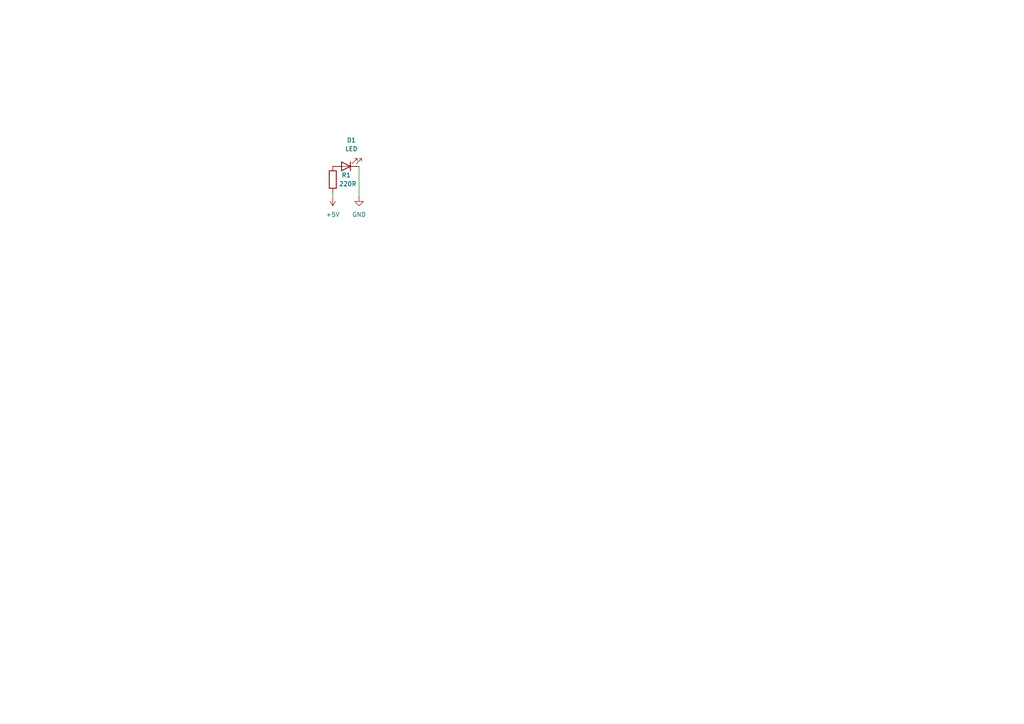
<source format=kicad_sch>
(kicad_sch
	(version 20250114)
	(generator "eeschema")
	(generator_version "9.0")
	(uuid "a3834019-a400-4f96-98ba-556b4c6d0015")
	(paper "A4")
	(lib_symbols
		(symbol "Device:LED"
			(pin_numbers
				(hide yes)
			)
			(pin_names
				(offset 1.016)
				(hide yes)
			)
			(exclude_from_sim no)
			(in_bom yes)
			(on_board yes)
			(property "Reference" "D"
				(at 0 2.54 0)
				(effects
					(font
						(size 1.27 1.27)
					)
				)
			)
			(property "Value" "LED"
				(at 0 -2.54 0)
				(effects
					(font
						(size 1.27 1.27)
					)
				)
			)
			(property "Footprint" ""
				(at 0 0 0)
				(effects
					(font
						(size 1.27 1.27)
					)
					(hide yes)
				)
			)
			(property "Datasheet" "~"
				(at 0 0 0)
				(effects
					(font
						(size 1.27 1.27)
					)
					(hide yes)
				)
			)
			(property "Description" "Light emitting diode"
				(at 0 0 0)
				(effects
					(font
						(size 1.27 1.27)
					)
					(hide yes)
				)
			)
			(property "Sim.Pins" "1=K 2=A"
				(at 0 0 0)
				(effects
					(font
						(size 1.27 1.27)
					)
					(hide yes)
				)
			)
			(property "ki_keywords" "LED diode"
				(at 0 0 0)
				(effects
					(font
						(size 1.27 1.27)
					)
					(hide yes)
				)
			)
			(property "ki_fp_filters" "LED* LED_SMD:* LED_THT:*"
				(at 0 0 0)
				(effects
					(font
						(size 1.27 1.27)
					)
					(hide yes)
				)
			)
			(symbol "LED_0_1"
				(polyline
					(pts
						(xy -3.048 -0.762) (xy -4.572 -2.286) (xy -3.81 -2.286) (xy -4.572 -2.286) (xy -4.572 -1.524)
					)
					(stroke
						(width 0)
						(type default)
					)
					(fill
						(type none)
					)
				)
				(polyline
					(pts
						(xy -1.778 -0.762) (xy -3.302 -2.286) (xy -2.54 -2.286) (xy -3.302 -2.286) (xy -3.302 -1.524)
					)
					(stroke
						(width 0)
						(type default)
					)
					(fill
						(type none)
					)
				)
				(polyline
					(pts
						(xy -1.27 0) (xy 1.27 0)
					)
					(stroke
						(width 0)
						(type default)
					)
					(fill
						(type none)
					)
				)
				(polyline
					(pts
						(xy -1.27 -1.27) (xy -1.27 1.27)
					)
					(stroke
						(width 0.254)
						(type default)
					)
					(fill
						(type none)
					)
				)
				(polyline
					(pts
						(xy 1.27 -1.27) (xy 1.27 1.27) (xy -1.27 0) (xy 1.27 -1.27)
					)
					(stroke
						(width 0.254)
						(type default)
					)
					(fill
						(type none)
					)
				)
			)
			(symbol "LED_1_1"
				(pin passive line
					(at -3.81 0 0)
					(length 2.54)
					(name "K"
						(effects
							(font
								(size 1.27 1.27)
							)
						)
					)
					(number "1"
						(effects
							(font
								(size 1.27 1.27)
							)
						)
					)
				)
				(pin passive line
					(at 3.81 0 180)
					(length 2.54)
					(name "A"
						(effects
							(font
								(size 1.27 1.27)
							)
						)
					)
					(number "2"
						(effects
							(font
								(size 1.27 1.27)
							)
						)
					)
				)
			)
			(embedded_fonts no)
		)
		(symbol "Device:R"
			(pin_numbers
				(hide yes)
			)
			(pin_names
				(offset 0)
			)
			(exclude_from_sim no)
			(in_bom yes)
			(on_board yes)
			(property "Reference" "R"
				(at 2.032 0 90)
				(effects
					(font
						(size 1.27 1.27)
					)
				)
			)
			(property "Value" "R"
				(at 0 0 90)
				(effects
					(font
						(size 1.27 1.27)
					)
				)
			)
			(property "Footprint" ""
				(at -1.778 0 90)
				(effects
					(font
						(size 1.27 1.27)
					)
					(hide yes)
				)
			)
			(property "Datasheet" "~"
				(at 0 0 0)
				(effects
					(font
						(size 1.27 1.27)
					)
					(hide yes)
				)
			)
			(property "Description" "Resistor"
				(at 0 0 0)
				(effects
					(font
						(size 1.27 1.27)
					)
					(hide yes)
				)
			)
			(property "ki_keywords" "R res resistor"
				(at 0 0 0)
				(effects
					(font
						(size 1.27 1.27)
					)
					(hide yes)
				)
			)
			(property "ki_fp_filters" "R_*"
				(at 0 0 0)
				(effects
					(font
						(size 1.27 1.27)
					)
					(hide yes)
				)
			)
			(symbol "R_0_1"
				(rectangle
					(start -1.016 -2.54)
					(end 1.016 2.54)
					(stroke
						(width 0.254)
						(type default)
					)
					(fill
						(type none)
					)
				)
			)
			(symbol "R_1_1"
				(pin passive line
					(at 0 3.81 270)
					(length 1.27)
					(name "~"
						(effects
							(font
								(size 1.27 1.27)
							)
						)
					)
					(number "1"
						(effects
							(font
								(size 1.27 1.27)
							)
						)
					)
				)
				(pin passive line
					(at 0 -3.81 90)
					(length 1.27)
					(name "~"
						(effects
							(font
								(size 1.27 1.27)
							)
						)
					)
					(number "2"
						(effects
							(font
								(size 1.27 1.27)
							)
						)
					)
				)
			)
			(embedded_fonts no)
		)
		(symbol "power:+5V"
			(power)
			(pin_numbers
				(hide yes)
			)
			(pin_names
				(offset 0)
				(hide yes)
			)
			(exclude_from_sim no)
			(in_bom yes)
			(on_board yes)
			(property "Reference" "#PWR"
				(at 0 -3.81 0)
				(effects
					(font
						(size 1.27 1.27)
					)
					(hide yes)
				)
			)
			(property "Value" "+5V"
				(at 0 3.556 0)
				(effects
					(font
						(size 1.27 1.27)
					)
				)
			)
			(property "Footprint" ""
				(at 0 0 0)
				(effects
					(font
						(size 1.27 1.27)
					)
					(hide yes)
				)
			)
			(property "Datasheet" ""
				(at 0 0 0)
				(effects
					(font
						(size 1.27 1.27)
					)
					(hide yes)
				)
			)
			(property "Description" "Power symbol creates a global label with name \"+5V\""
				(at 0 0 0)
				(effects
					(font
						(size 1.27 1.27)
					)
					(hide yes)
				)
			)
			(property "ki_keywords" "global power"
				(at 0 0 0)
				(effects
					(font
						(size 1.27 1.27)
					)
					(hide yes)
				)
			)
			(symbol "+5V_0_1"
				(polyline
					(pts
						(xy -0.762 1.27) (xy 0 2.54)
					)
					(stroke
						(width 0)
						(type default)
					)
					(fill
						(type none)
					)
				)
				(polyline
					(pts
						(xy 0 2.54) (xy 0.762 1.27)
					)
					(stroke
						(width 0)
						(type default)
					)
					(fill
						(type none)
					)
				)
				(polyline
					(pts
						(xy 0 0) (xy 0 2.54)
					)
					(stroke
						(width 0)
						(type default)
					)
					(fill
						(type none)
					)
				)
			)
			(symbol "+5V_1_1"
				(pin power_in line
					(at 0 0 90)
					(length 0)
					(name "~"
						(effects
							(font
								(size 1.27 1.27)
							)
						)
					)
					(number "1"
						(effects
							(font
								(size 1.27 1.27)
							)
						)
					)
				)
			)
			(embedded_fonts no)
		)
		(symbol "power:GND"
			(power)
			(pin_numbers
				(hide yes)
			)
			(pin_names
				(offset 0)
				(hide yes)
			)
			(exclude_from_sim no)
			(in_bom yes)
			(on_board yes)
			(property "Reference" "#PWR"
				(at 0 -6.35 0)
				(effects
					(font
						(size 1.27 1.27)
					)
					(hide yes)
				)
			)
			(property "Value" "GND"
				(at 0 -3.81 0)
				(effects
					(font
						(size 1.27 1.27)
					)
				)
			)
			(property "Footprint" ""
				(at 0 0 0)
				(effects
					(font
						(size 1.27 1.27)
					)
					(hide yes)
				)
			)
			(property "Datasheet" ""
				(at 0 0 0)
				(effects
					(font
						(size 1.27 1.27)
					)
					(hide yes)
				)
			)
			(property "Description" "Power symbol creates a global label with name \"GND\" , ground"
				(at 0 0 0)
				(effects
					(font
						(size 1.27 1.27)
					)
					(hide yes)
				)
			)
			(property "ki_keywords" "global power"
				(at 0 0 0)
				(effects
					(font
						(size 1.27 1.27)
					)
					(hide yes)
				)
			)
			(symbol "GND_0_1"
				(polyline
					(pts
						(xy 0 0) (xy 0 -1.27) (xy 1.27 -1.27) (xy 0 -2.54) (xy -1.27 -1.27) (xy 0 -1.27)
					)
					(stroke
						(width 0)
						(type default)
					)
					(fill
						(type none)
					)
				)
			)
			(symbol "GND_1_1"
				(pin power_in line
					(at 0 0 270)
					(length 0)
					(name "~"
						(effects
							(font
								(size 1.27 1.27)
							)
						)
					)
					(number "1"
						(effects
							(font
								(size 1.27 1.27)
							)
						)
					)
				)
			)
			(embedded_fonts no)
		)
	)
	(wire
		(pts
			(xy 96.52 55.88) (xy 96.52 57.15)
		)
		(stroke
			(width 0)
			(type default)
		)
		(uuid "73f879b6-ef79-49c1-935e-780dbd0ea03c")
	)
	(wire
		(pts
			(xy 104.14 48.26) (xy 104.14 57.15)
		)
		(stroke
			(width 0)
			(type default)
		)
		(uuid "bbb67d28-8a4c-44f1-8529-2f9b8131ebdc")
	)
	(symbol
		(lib_id "power:+5V")
		(at 96.52 57.15 180)
		(unit 1)
		(exclude_from_sim no)
		(in_bom yes)
		(on_board yes)
		(dnp no)
		(fields_autoplaced yes)
		(uuid "0bc9057b-35e2-4931-87d9-e0640d71473b")
		(property "Reference" "#PWR01"
			(at 96.52 53.34 0)
			(effects
				(font
					(size 1.27 1.27)
				)
				(hide yes)
			)
		)
		(property "Value" "+5V"
			(at 96.52 62.23 0)
			(effects
				(font
					(size 1.27 1.27)
				)
			)
		)
		(property "Footprint" ""
			(at 96.52 57.15 0)
			(effects
				(font
					(size 1.27 1.27)
				)
				(hide yes)
			)
		)
		(property "Datasheet" ""
			(at 96.52 57.15 0)
			(effects
				(font
					(size 1.27 1.27)
				)
				(hide yes)
			)
		)
		(property "Description" "Power symbol creates a global label with name \"+5V\""
			(at 96.52 57.15 0)
			(effects
				(font
					(size 1.27 1.27)
				)
				(hide yes)
			)
		)
		(pin "1"
			(uuid "9d599cf8-0b8b-43a5-a16f-c7507f93f88d")
		)
		(instances
			(project ""
				(path "/a3834019-a400-4f96-98ba-556b4c6d0015"
					(reference "#PWR01")
					(unit 1)
				)
			)
		)
	)
	(symbol
		(lib_id "Device:R")
		(at 96.52 52.07 0)
		(unit 1)
		(exclude_from_sim no)
		(in_bom yes)
		(on_board yes)
		(dnp no)
		(uuid "1c4183c7-1162-4d74-a83b-610577af71a2")
		(property "Reference" "R1"
			(at 99.06 50.7999 0)
			(effects
				(font
					(size 1.27 1.27)
				)
				(justify left)
			)
		)
		(property "Value" "220R"
			(at 98.298 53.34 0)
			(effects
				(font
					(size 1.27 1.27)
				)
				(justify left)
			)
		)
		(property "Footprint" "Resistor_THT:R_Axial_DIN0204_L3.6mm_D1.6mm_P5.08mm_Horizontal"
			(at 94.742 52.07 90)
			(effects
				(font
					(size 1.27 1.27)
				)
				(hide yes)
			)
		)
		(property "Datasheet" "~"
			(at 96.52 52.07 0)
			(effects
				(font
					(size 1.27 1.27)
				)
				(hide yes)
			)
		)
		(property "Description" "Resistor"
			(at 96.52 52.07 0)
			(effects
				(font
					(size 1.27 1.27)
				)
				(hide yes)
			)
		)
		(pin "2"
			(uuid "f5f1fe98-4e96-4ad9-b39b-576e38c4507c")
		)
		(pin "1"
			(uuid "eee34537-95e5-402c-8caa-abe8d646cd5c")
		)
		(instances
			(project ""
				(path "/a3834019-a400-4f96-98ba-556b4c6d0015"
					(reference "R1")
					(unit 1)
				)
			)
		)
	)
	(symbol
		(lib_id "power:GND")
		(at 104.14 57.15 0)
		(unit 1)
		(exclude_from_sim no)
		(in_bom yes)
		(on_board yes)
		(dnp no)
		(fields_autoplaced yes)
		(uuid "39925f29-3ec5-40d9-b82e-a4f2c1e62026")
		(property "Reference" "#PWR02"
			(at 104.14 63.5 0)
			(effects
				(font
					(size 1.27 1.27)
				)
				(hide yes)
			)
		)
		(property "Value" "GND"
			(at 104.14 62.23 0)
			(effects
				(font
					(size 1.27 1.27)
				)
			)
		)
		(property "Footprint" ""
			(at 104.14 57.15 0)
			(effects
				(font
					(size 1.27 1.27)
				)
				(hide yes)
			)
		)
		(property "Datasheet" ""
			(at 104.14 57.15 0)
			(effects
				(font
					(size 1.27 1.27)
				)
				(hide yes)
			)
		)
		(property "Description" "Power symbol creates a global label with name \"GND\" , ground"
			(at 104.14 57.15 0)
			(effects
				(font
					(size 1.27 1.27)
				)
				(hide yes)
			)
		)
		(pin "1"
			(uuid "ce881a0d-af4d-4e9f-b62c-fe895d50680c")
		)
		(instances
			(project ""
				(path "/a3834019-a400-4f96-98ba-556b4c6d0015"
					(reference "#PWR02")
					(unit 1)
				)
			)
		)
	)
	(symbol
		(lib_id "Device:LED")
		(at 100.33 48.26 180)
		(unit 1)
		(exclude_from_sim no)
		(in_bom yes)
		(on_board yes)
		(dnp no)
		(fields_autoplaced yes)
		(uuid "5d667f74-73a5-494c-a92f-5aa5dccb40eb")
		(property "Reference" "D1"
			(at 101.9175 40.64 0)
			(effects
				(font
					(size 1.27 1.27)
				)
			)
		)
		(property "Value" "LED"
			(at 101.9175 43.18 0)
			(effects
				(font
					(size 1.27 1.27)
				)
			)
		)
		(property "Footprint" "LED_THT:LED_D5.0mm"
			(at 100.33 48.26 0)
			(effects
				(font
					(size 1.27 1.27)
				)
				(hide yes)
			)
		)
		(property "Datasheet" "~"
			(at 100.33 48.26 0)
			(effects
				(font
					(size 1.27 1.27)
				)
				(hide yes)
			)
		)
		(property "Description" "Light emitting diode"
			(at 100.33 48.26 0)
			(effects
				(font
					(size 1.27 1.27)
				)
				(hide yes)
			)
		)
		(property "Sim.Pins" "1=K 2=A"
			(at 100.33 48.26 0)
			(effects
				(font
					(size 1.27 1.27)
				)
				(hide yes)
			)
		)
		(pin "1"
			(uuid "2d210524-ca69-4eb3-8c6f-350ebed844b2")
		)
		(pin "2"
			(uuid "a6da4c90-5af6-4cce-9de4-69eebca359b7")
		)
		(instances
			(project ""
				(path "/a3834019-a400-4f96-98ba-556b4c6d0015"
					(reference "D1")
					(unit 1)
				)
			)
		)
	)
	(sheet_instances
		(path "/"
			(page "1")
		)
	)
	(embedded_fonts no)
)

</source>
